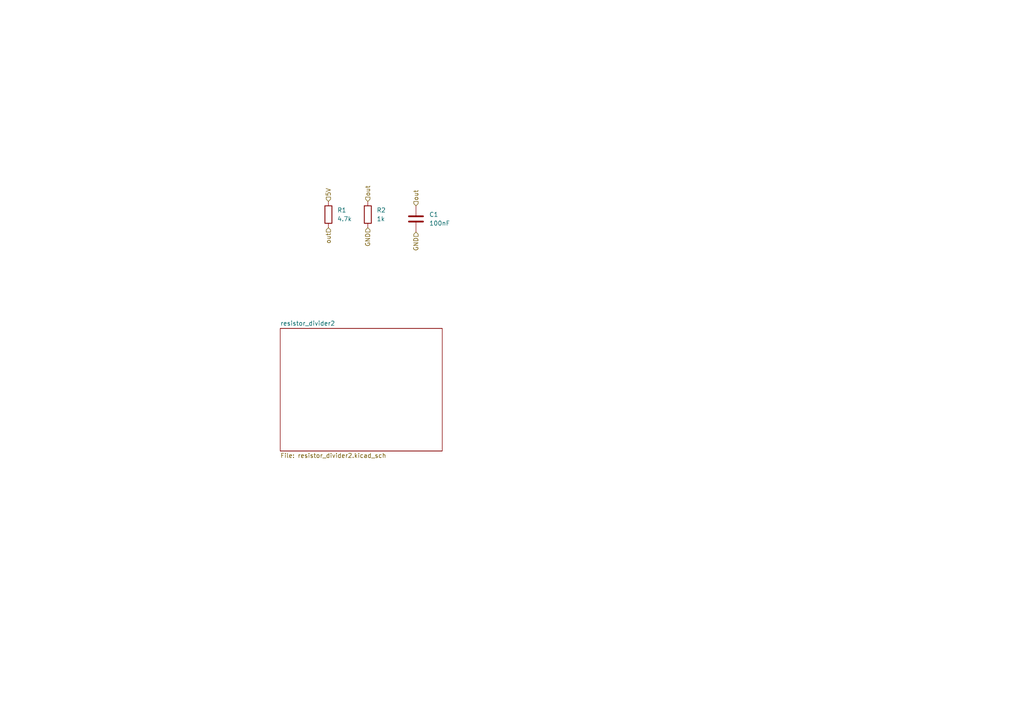
<source format=kicad_sch>
(kicad_sch (version 20250114) (generator "eeschema") (generator_version "9.0")
  (paper "A4")
  (lib_symbols
    (symbol "Device:C" (pin_numbers (hide yes)) (pin_names (offset 0.254))
      (property "Reference" "C" (at 0.635 2.54 0))
      (property "Value" "C" (at 0.635 -2.54 0))
      (symbol "C_0_1"
        (polyline (pts (xy -2.032 0.762) (xy 2.032 0.762)) (stroke (width 0.508)))
        (polyline (pts (xy -2.032 -0.762) (xy 2.032 -0.762)) (stroke (width 0.508)))
      )
      (symbol "C_1_1"
        (pin passive line (at 0 3.81 270) (length 2.794) (name "~") (number "1"))
        (pin passive line (at 0 -3.81 90) (length 2.794) (name "~") (number "2"))
      )
    )
    (symbol "Device:R" (pin_numbers (hide yes)) (pin_names (offset 0))
      (property "Reference" "R" (at 2.032 0 90))
      (property "Value" "R" (at 0 0 90))
      (symbol "R_0_1"
        (rectangle (start -1.016 -2.54) (end 1.016 2.54) (stroke (width 0.254)))
      )
      (symbol "R_1_1"
        (pin passive line (at 0 3.81 270) (length 1.27) (name "~") (number "1"))
        (pin passive line (at 0 -3.81 90) (length 1.27) (name "~") (number "2"))
      )
    )
  )
  (hierarchical_label "GND" (shape input) (at 106.68 66.04 270))
  (hierarchical_label "out" (shape input) (at 106.68 58.42 90))
  (hierarchical_label "5V" (shape input) (at 95.25 58.42 90))
  (hierarchical_label "GND" (shape input) (at 120.65 67.31 270))
  (hierarchical_label "out" (shape input) (at 95.25 66.04 270))
  (hierarchical_label "out" (shape input) (at 120.65 59.69 90))
  (symbol (lib_id "Device:R") (at 106.68 62.23 0) (unit 1)
    (property "Reference" "R2" (at 109.22 60.9599 0) (effects (justify left)))
    (property "Value" "1k" (at 109.22 63.4999 0) (effects (justify left)))
    (property "Footprint" "Resistor_SMD:R_0603_1608Metric" (effects (hide yes)))
    (property "Description" "Resistor" (effects (hide yes)))
  )
  (symbol (lib_id "Device:C") (at 120.65 63.5 0) (unit 1)
    (property "Reference" "C1" (at 124.46 62.2299 0) (effects (justify left)))
    (property "Value" "100nF" (at 124.46 64.7699 0) (effects (justify left)))
    (property "Description" "Unpolarized capacitor" (effects (hide yes)))
  )
  (symbol (lib_id "Device:R") (at 95.25 62.23 0) (unit 1)
    (property "Reference" "R1" (at 97.79 60.9599 0) (effects (justify left)))
    (property "Value" "4.7k" (at 97.79 63.4999 0) (effects (justify left)))
    (property "Footprint" "Resistor_SMD:R_0603_1608Metric" (effects (hide yes)))
    (property "Description" "Resistor" (effects (hide yes)))
  )
  (sheet (at 81.28 95.25) (size 46.99 35.56) (stroke (width 0.1524))
    (property "Sheetname" "resistor_divider2" (at 81.28 94.5384 0) (effects (justify left bottom)))
    (property "Sheetfile" "resistor_divider2.kicad_sch" (at 81.28 131.3946 0) (effects (justify left top)))
  )
)
</source>
